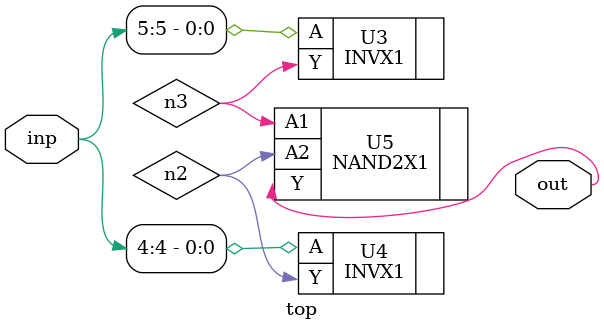
<source format=sv>


module top ( inp, out );
  input [5:0] inp;
  output out;
  wire   n2, n3;

  INVX1 U3 ( .A(inp[5]), .Y(n3) );
  INVX1 U4 ( .A(inp[4]), .Y(n2) );
  NAND2X1 U5 ( .A1(n3), .A2(n2), .Y(out) );
endmodule


</source>
